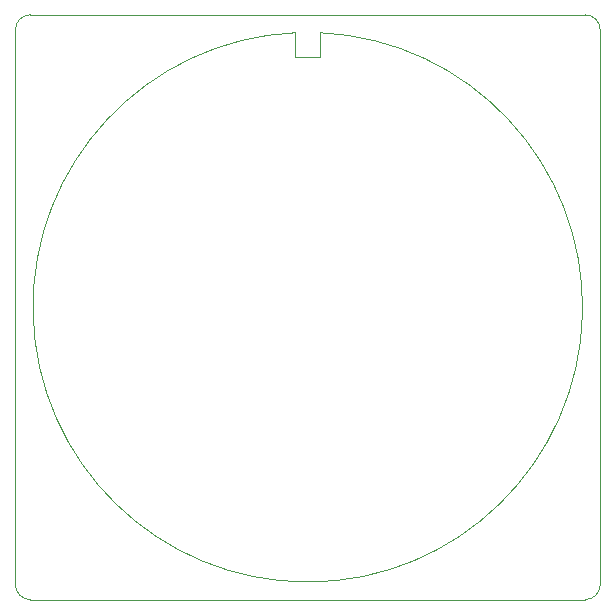
<source format=gbr>
%TF.GenerationSoftware,KiCad,Pcbnew,7.0.5*%
%TF.CreationDate,2024-08-05T11:44:26+08:00*%
%TF.ProjectId,TPS,5450532e-6b69-4636-9164-5f7063625858,rev?*%
%TF.SameCoordinates,Original*%
%TF.FileFunction,Profile,NP*%
%FSLAX46Y46*%
G04 Gerber Fmt 4.6, Leading zero omitted, Abs format (unit mm)*
G04 Created by KiCad (PCBNEW 7.0.5) date 2024-08-05 11:44:26*
%MOMM*%
%LPD*%
G01*
G04 APERTURE LIST*
%TA.AperFunction,Profile*%
%ADD10C,0.100000*%
%TD*%
%TA.AperFunction,Profile*%
%ADD11C,0.120000*%
%TD*%
G04 APERTURE END LIST*
D10*
X64268000Y-59243000D02*
X64268000Y-57202000D01*
D11*
X86705000Y-55686000D02*
X39731000Y-55686000D01*
X38461000Y-103930000D02*
G75*
G03*
X39731000Y-105200000I1270000J0D01*
G01*
X39731000Y-55686000D02*
G75*
G03*
X38461000Y-56956000I0J-1270000D01*
G01*
X87975000Y-103930000D02*
X87975000Y-56956000D01*
D10*
X62168000Y-59243000D02*
X64268000Y-59243000D01*
D11*
X86705000Y-105200000D02*
X39731000Y-105200000D01*
X38461000Y-56956000D02*
X38461000Y-103930000D01*
X86705000Y-105200000D02*
G75*
G03*
X87975000Y-103930000I0J1270000D01*
G01*
X87975000Y-56956000D02*
G75*
G03*
X86705000Y-55686000I-1270000J0D01*
G01*
D10*
X62168000Y-59243000D02*
X62168000Y-57202000D01*
X62168000Y-57202001D02*
G75*
G03*
X64268000Y-57202001I1050000J-23241057D01*
G01*
M02*

</source>
